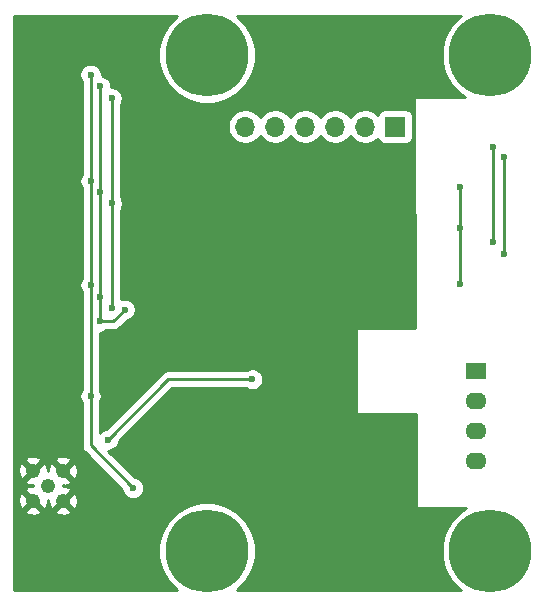
<source format=gbl>
G04 #@! TF.GenerationSoftware,KiCad,Pcbnew,(5.1.5-0)*
G04 #@! TF.CreationDate,2022-04-01T13:26:54-06:00*
G04 #@! TF.ProjectId,power-two-wire,706f7765-722d-4747-976f-2d776972652e,rev?*
G04 #@! TF.SameCoordinates,Original*
G04 #@! TF.FileFunction,Copper,L2,Bot*
G04 #@! TF.FilePolarity,Positive*
%FSLAX46Y46*%
G04 Gerber Fmt 4.6, Leading zero omitted, Abs format (unit mm)*
G04 Created by KiCad (PCBNEW (5.1.5-0)) date 2022-04-01 13:26:54*
%MOMM*%
%LPD*%
G04 APERTURE LIST*
%ADD10O,1.700000X1.700000*%
%ADD11R,1.700000X1.700000*%
%ADD12C,1.240000*%
%ADD13R,1.800000X1.400000*%
%ADD14O,1.800000X1.400000*%
%ADD15C,7.000000*%
%ADD16C,0.600000*%
%ADD17C,0.250000*%
%ADD18C,0.254000*%
G04 APERTURE END LIST*
D10*
X150250000Y-85050000D03*
X152790000Y-85050000D03*
X155330000Y-85050000D03*
X157870000Y-85050000D03*
X160410000Y-85050000D03*
D11*
X162950000Y-85050000D03*
D12*
X132280000Y-116720000D03*
X134820000Y-114180000D03*
X134820000Y-116720000D03*
X132280000Y-114180000D03*
X133550000Y-115450000D03*
D13*
X169750000Y-105750000D03*
D14*
X169750000Y-108290000D03*
X169750000Y-110830000D03*
X169750000Y-113370000D03*
D15*
X147000000Y-79000000D03*
X171000000Y-79000000D03*
X147000000Y-121000000D03*
X171000000Y-121000000D03*
D16*
X149750000Y-112650000D03*
X162750000Y-101250000D03*
X160750000Y-92250000D03*
X163750000Y-92250000D03*
X163750000Y-89250000D03*
X160750000Y-89250000D03*
X157250000Y-99350000D03*
X140750000Y-115650000D03*
X137150000Y-107850000D03*
X137150000Y-98450000D03*
X137150000Y-89650000D03*
X137150000Y-80650000D03*
X168450000Y-98350000D03*
X168450000Y-93650000D03*
X168450000Y-90150000D03*
X150850000Y-106450000D03*
X138650000Y-111550000D03*
X172150000Y-95850000D03*
X172150000Y-87650000D03*
X171250000Y-94850000D03*
X171250000Y-86750000D03*
X138950000Y-100450000D03*
X138950000Y-91550000D03*
X138950000Y-82650000D03*
X137950000Y-81650000D03*
X137950000Y-90550000D03*
X137950000Y-99450000D03*
X137950000Y-101550000D03*
X140050000Y-100550000D03*
D17*
X137150000Y-107850000D02*
X137150000Y-98450000D01*
X137150000Y-89650000D02*
X137150000Y-98450000D01*
X137150000Y-80650000D02*
X137150000Y-89650000D01*
X137150000Y-112050000D02*
X140750000Y-115650000D01*
X137150000Y-107850000D02*
X137150000Y-112050000D01*
X168450000Y-98350000D02*
X168450000Y-93650000D01*
X168450000Y-90150000D02*
X168450000Y-93650000D01*
X143750000Y-106450000D02*
X138650000Y-111550000D01*
X150850000Y-106450000D02*
X143750000Y-106450000D01*
X172150000Y-95850000D02*
X172150000Y-87650000D01*
X171250000Y-94850000D02*
X171250000Y-86750000D01*
X138950000Y-91550000D02*
X138950000Y-100450000D01*
X138950000Y-82650000D02*
X138950000Y-91550000D01*
X137950000Y-81650000D02*
X137950000Y-90550000D01*
X137950000Y-90550000D02*
X137950000Y-99450000D01*
X137950000Y-99450000D02*
X137950000Y-101550000D01*
X139050000Y-101550000D02*
X140050000Y-100550000D01*
X137950000Y-101550000D02*
X139050000Y-101550000D01*
D18*
G36*
X144364091Y-75788136D02*
G01*
X143788136Y-76364091D01*
X143335611Y-77041343D01*
X143023906Y-77793865D01*
X142865000Y-78592738D01*
X142865000Y-79407262D01*
X143023906Y-80206135D01*
X143335611Y-80958657D01*
X143788136Y-81635909D01*
X144364091Y-82211864D01*
X145041343Y-82664389D01*
X145793865Y-82976094D01*
X146592738Y-83135000D01*
X147407262Y-83135000D01*
X148206135Y-82976094D01*
X148958657Y-82664389D01*
X149635909Y-82211864D01*
X150211864Y-81635909D01*
X150664389Y-80958657D01*
X150976094Y-80206135D01*
X151135000Y-79407262D01*
X151135000Y-78592738D01*
X150976094Y-77793865D01*
X150664389Y-77041343D01*
X150211864Y-76364091D01*
X149635909Y-75788136D01*
X149518970Y-75710000D01*
X168481030Y-75710000D01*
X168364091Y-75788136D01*
X167788136Y-76364091D01*
X167335611Y-77041343D01*
X167023906Y-77793865D01*
X166865000Y-78592738D01*
X166865000Y-79407262D01*
X167023906Y-80206135D01*
X167335611Y-80958657D01*
X167788136Y-81635909D01*
X168364091Y-82211864D01*
X168829739Y-82523000D01*
X164625000Y-82523000D01*
X164599324Y-82525623D01*
X164575553Y-82533022D01*
X164553681Y-82544916D01*
X164534551Y-82560849D01*
X164518896Y-82580207D01*
X164507319Y-82602248D01*
X164500265Y-82626124D01*
X164498003Y-82650918D01*
X164638697Y-102123000D01*
X159750000Y-102123000D01*
X159725224Y-102125440D01*
X159701399Y-102132667D01*
X159679443Y-102144403D01*
X159660197Y-102160197D01*
X159644403Y-102179443D01*
X159632667Y-102201399D01*
X159625440Y-102225224D01*
X159623000Y-102250000D01*
X159623000Y-109250000D01*
X159625440Y-109274776D01*
X159632667Y-109298601D01*
X159644403Y-109320557D01*
X159660197Y-109339803D01*
X159679443Y-109355597D01*
X159701399Y-109367333D01*
X159725224Y-109374560D01*
X159750000Y-109377000D01*
X164691111Y-109377000D01*
X164748003Y-117250918D01*
X164750440Y-117274776D01*
X164757667Y-117298601D01*
X164769403Y-117320557D01*
X164785197Y-117339803D01*
X164804443Y-117355597D01*
X164826399Y-117367333D01*
X164850224Y-117374560D01*
X164875000Y-117377000D01*
X168979400Y-117377000D01*
X168364091Y-117788136D01*
X167788136Y-118364091D01*
X167335611Y-119041343D01*
X167023906Y-119793865D01*
X166865000Y-120592738D01*
X166865000Y-121407262D01*
X167023906Y-122206135D01*
X167335611Y-122958657D01*
X167788136Y-123635909D01*
X168364091Y-124211864D01*
X168481030Y-124290000D01*
X149518970Y-124290000D01*
X149635909Y-124211864D01*
X150211864Y-123635909D01*
X150664389Y-122958657D01*
X150976094Y-122206135D01*
X151135000Y-121407262D01*
X151135000Y-120592738D01*
X150976094Y-119793865D01*
X150664389Y-119041343D01*
X150211864Y-118364091D01*
X149635909Y-117788136D01*
X148958657Y-117335611D01*
X148206135Y-117023906D01*
X147407262Y-116865000D01*
X146592738Y-116865000D01*
X145793865Y-117023906D01*
X145041343Y-117335611D01*
X144364091Y-117788136D01*
X143788136Y-118364091D01*
X143335611Y-119041343D01*
X143023906Y-119793865D01*
X142865000Y-120592738D01*
X142865000Y-121407262D01*
X143023906Y-122206135D01*
X143335611Y-122958657D01*
X143788136Y-123635909D01*
X144364091Y-124211864D01*
X144481030Y-124290000D01*
X130710000Y-124290000D01*
X130710000Y-117584072D01*
X131595533Y-117584072D01*
X131645274Y-117809691D01*
X131870058Y-117912582D01*
X132110596Y-117969642D01*
X132357645Y-117978680D01*
X132601709Y-117939347D01*
X132833410Y-117853156D01*
X132914726Y-117809691D01*
X132964467Y-117584072D01*
X134135533Y-117584072D01*
X134185274Y-117809691D01*
X134410058Y-117912582D01*
X134650596Y-117969642D01*
X134897645Y-117978680D01*
X135141709Y-117939347D01*
X135373410Y-117853156D01*
X135454726Y-117809691D01*
X135504467Y-117584072D01*
X134820000Y-116899605D01*
X134135533Y-117584072D01*
X132964467Y-117584072D01*
X132280000Y-116899605D01*
X131595533Y-117584072D01*
X130710000Y-117584072D01*
X130710000Y-116797645D01*
X131021320Y-116797645D01*
X131060653Y-117041709D01*
X131146844Y-117273410D01*
X131190309Y-117354726D01*
X131415928Y-117404467D01*
X132100395Y-116720000D01*
X131415928Y-116035533D01*
X131190309Y-116085274D01*
X131087418Y-116310058D01*
X131030358Y-116550596D01*
X131021320Y-116797645D01*
X130710000Y-116797645D01*
X130710000Y-115044072D01*
X131595533Y-115044072D01*
X131645274Y-115269691D01*
X131870058Y-115372582D01*
X132110596Y-115429642D01*
X132295000Y-115436388D01*
X132295000Y-115464709D01*
X132202355Y-115461320D01*
X131958291Y-115500653D01*
X131726590Y-115586844D01*
X131645274Y-115630309D01*
X131595533Y-115855928D01*
X132280000Y-116540395D01*
X132294143Y-116526253D01*
X132473748Y-116705858D01*
X132459605Y-116720000D01*
X133144072Y-117404467D01*
X133369691Y-117354726D01*
X133472582Y-117129942D01*
X133529642Y-116889404D01*
X133536388Y-116705000D01*
X133564709Y-116705000D01*
X133561320Y-116797645D01*
X133600653Y-117041709D01*
X133686844Y-117273410D01*
X133730309Y-117354726D01*
X133955928Y-117404467D01*
X134640395Y-116720000D01*
X134999605Y-116720000D01*
X135684072Y-117404467D01*
X135909691Y-117354726D01*
X136012582Y-117129942D01*
X136069642Y-116889404D01*
X136078680Y-116642355D01*
X136039347Y-116398291D01*
X135953156Y-116166590D01*
X135909691Y-116085274D01*
X135684072Y-116035533D01*
X134999605Y-116720000D01*
X134640395Y-116720000D01*
X134626253Y-116705858D01*
X134805858Y-116526253D01*
X134820000Y-116540395D01*
X135504467Y-115855928D01*
X135454726Y-115630309D01*
X135229942Y-115527418D01*
X134989404Y-115470358D01*
X134805000Y-115463612D01*
X134805000Y-115435291D01*
X134897645Y-115438680D01*
X135141709Y-115399347D01*
X135373410Y-115313156D01*
X135454726Y-115269691D01*
X135504467Y-115044072D01*
X134820000Y-114359605D01*
X134805858Y-114373748D01*
X134626253Y-114194143D01*
X134640395Y-114180000D01*
X134999605Y-114180000D01*
X135684072Y-114864467D01*
X135909691Y-114814726D01*
X136012582Y-114589942D01*
X136069642Y-114349404D01*
X136078680Y-114102355D01*
X136039347Y-113858291D01*
X135953156Y-113626590D01*
X135909691Y-113545274D01*
X135684072Y-113495533D01*
X134999605Y-114180000D01*
X134640395Y-114180000D01*
X133955928Y-113495533D01*
X133730309Y-113545274D01*
X133627418Y-113770058D01*
X133570358Y-114010596D01*
X133563612Y-114195000D01*
X133535291Y-114195000D01*
X133538680Y-114102355D01*
X133499347Y-113858291D01*
X133413156Y-113626590D01*
X133369691Y-113545274D01*
X133144072Y-113495533D01*
X132459605Y-114180000D01*
X132473748Y-114194143D01*
X132294143Y-114373748D01*
X132280000Y-114359605D01*
X131595533Y-115044072D01*
X130710000Y-115044072D01*
X130710000Y-114257645D01*
X131021320Y-114257645D01*
X131060653Y-114501709D01*
X131146844Y-114733410D01*
X131190309Y-114814726D01*
X131415928Y-114864467D01*
X132100395Y-114180000D01*
X131415928Y-113495533D01*
X131190309Y-113545274D01*
X131087418Y-113770058D01*
X131030358Y-114010596D01*
X131021320Y-114257645D01*
X130710000Y-114257645D01*
X130710000Y-113315928D01*
X131595533Y-113315928D01*
X132280000Y-114000395D01*
X132964467Y-113315928D01*
X134135533Y-113315928D01*
X134820000Y-114000395D01*
X135504467Y-113315928D01*
X135454726Y-113090309D01*
X135229942Y-112987418D01*
X134989404Y-112930358D01*
X134742355Y-112921320D01*
X134498291Y-112960653D01*
X134266590Y-113046844D01*
X134185274Y-113090309D01*
X134135533Y-113315928D01*
X132964467Y-113315928D01*
X132914726Y-113090309D01*
X132689942Y-112987418D01*
X132449404Y-112930358D01*
X132202355Y-112921320D01*
X131958291Y-112960653D01*
X131726590Y-113046844D01*
X131645274Y-113090309D01*
X131595533Y-113315928D01*
X130710000Y-113315928D01*
X130710000Y-80557911D01*
X136215000Y-80557911D01*
X136215000Y-80742089D01*
X136250932Y-80922729D01*
X136321414Y-81092889D01*
X136390000Y-81195536D01*
X136390001Y-89104463D01*
X136321414Y-89207111D01*
X136250932Y-89377271D01*
X136215000Y-89557911D01*
X136215000Y-89742089D01*
X136250932Y-89922729D01*
X136321414Y-90092889D01*
X136390000Y-90195536D01*
X136390001Y-97904463D01*
X136321414Y-98007111D01*
X136250932Y-98177271D01*
X136215000Y-98357911D01*
X136215000Y-98542089D01*
X136250932Y-98722729D01*
X136321414Y-98892889D01*
X136390001Y-98995537D01*
X136390000Y-107304464D01*
X136321414Y-107407111D01*
X136250932Y-107577271D01*
X136215000Y-107757911D01*
X136215000Y-107942089D01*
X136250932Y-108122729D01*
X136321414Y-108292889D01*
X136390000Y-108395536D01*
X136390001Y-112012668D01*
X136386324Y-112050000D01*
X136400998Y-112198985D01*
X136444454Y-112342246D01*
X136515026Y-112474276D01*
X136586201Y-112561002D01*
X136610000Y-112590001D01*
X136638998Y-112613799D01*
X139826847Y-115801649D01*
X139850932Y-115922729D01*
X139921414Y-116092889D01*
X140023738Y-116246028D01*
X140153972Y-116376262D01*
X140307111Y-116478586D01*
X140477271Y-116549068D01*
X140657911Y-116585000D01*
X140842089Y-116585000D01*
X141022729Y-116549068D01*
X141192889Y-116478586D01*
X141346028Y-116376262D01*
X141476262Y-116246028D01*
X141578586Y-116092889D01*
X141649068Y-115922729D01*
X141685000Y-115742089D01*
X141685000Y-115557911D01*
X141649068Y-115377271D01*
X141578586Y-115207111D01*
X141476262Y-115053972D01*
X141346028Y-114923738D01*
X141192889Y-114821414D01*
X141022729Y-114750932D01*
X140901649Y-114726847D01*
X138659801Y-112485000D01*
X138742089Y-112485000D01*
X138922729Y-112449068D01*
X139092889Y-112378586D01*
X139246028Y-112276262D01*
X139376262Y-112146028D01*
X139478586Y-111992889D01*
X139549068Y-111822729D01*
X139573153Y-111701648D01*
X144064802Y-107210000D01*
X150304465Y-107210000D01*
X150407111Y-107278586D01*
X150577271Y-107349068D01*
X150757911Y-107385000D01*
X150942089Y-107385000D01*
X151122729Y-107349068D01*
X151292889Y-107278586D01*
X151446028Y-107176262D01*
X151576262Y-107046028D01*
X151678586Y-106892889D01*
X151749068Y-106722729D01*
X151785000Y-106542089D01*
X151785000Y-106357911D01*
X151749068Y-106177271D01*
X151678586Y-106007111D01*
X151576262Y-105853972D01*
X151446028Y-105723738D01*
X151292889Y-105621414D01*
X151122729Y-105550932D01*
X150942089Y-105515000D01*
X150757911Y-105515000D01*
X150577271Y-105550932D01*
X150407111Y-105621414D01*
X150304465Y-105690000D01*
X143787322Y-105690000D01*
X143749999Y-105686324D01*
X143712676Y-105690000D01*
X143712667Y-105690000D01*
X143601014Y-105700997D01*
X143457753Y-105744454D01*
X143325724Y-105815026D01*
X143209999Y-105909999D01*
X143186201Y-105938997D01*
X138498352Y-110626847D01*
X138377271Y-110650932D01*
X138207111Y-110721414D01*
X138053972Y-110823738D01*
X137923738Y-110953972D01*
X137910000Y-110974532D01*
X137910000Y-108395535D01*
X137978586Y-108292889D01*
X138049068Y-108122729D01*
X138085000Y-107942089D01*
X138085000Y-107757911D01*
X138049068Y-107577271D01*
X137978586Y-107407111D01*
X137910000Y-107304465D01*
X137910000Y-102485000D01*
X138042089Y-102485000D01*
X138222729Y-102449068D01*
X138392889Y-102378586D01*
X138495535Y-102310000D01*
X139012678Y-102310000D01*
X139050000Y-102313676D01*
X139087322Y-102310000D01*
X139087333Y-102310000D01*
X139198986Y-102299003D01*
X139342247Y-102255546D01*
X139474276Y-102184974D01*
X139590001Y-102090001D01*
X139613804Y-102060998D01*
X140201649Y-101473153D01*
X140322729Y-101449068D01*
X140492889Y-101378586D01*
X140646028Y-101276262D01*
X140776262Y-101146028D01*
X140878586Y-100992889D01*
X140949068Y-100822729D01*
X140985000Y-100642089D01*
X140985000Y-100457911D01*
X140949068Y-100277271D01*
X140878586Y-100107111D01*
X140776262Y-99953972D01*
X140646028Y-99823738D01*
X140492889Y-99721414D01*
X140322729Y-99650932D01*
X140142089Y-99615000D01*
X139957911Y-99615000D01*
X139777271Y-99650932D01*
X139710000Y-99678796D01*
X139710000Y-92095535D01*
X139778586Y-91992889D01*
X139849068Y-91822729D01*
X139885000Y-91642089D01*
X139885000Y-91457911D01*
X139849068Y-91277271D01*
X139778586Y-91107111D01*
X139710000Y-91004465D01*
X139710000Y-84903740D01*
X148765000Y-84903740D01*
X148765000Y-85196260D01*
X148822068Y-85483158D01*
X148934010Y-85753411D01*
X149096525Y-85996632D01*
X149303368Y-86203475D01*
X149546589Y-86365990D01*
X149816842Y-86477932D01*
X150103740Y-86535000D01*
X150396260Y-86535000D01*
X150683158Y-86477932D01*
X150953411Y-86365990D01*
X151196632Y-86203475D01*
X151403475Y-85996632D01*
X151520000Y-85822240D01*
X151636525Y-85996632D01*
X151843368Y-86203475D01*
X152086589Y-86365990D01*
X152356842Y-86477932D01*
X152643740Y-86535000D01*
X152936260Y-86535000D01*
X153223158Y-86477932D01*
X153493411Y-86365990D01*
X153736632Y-86203475D01*
X153943475Y-85996632D01*
X154060000Y-85822240D01*
X154176525Y-85996632D01*
X154383368Y-86203475D01*
X154626589Y-86365990D01*
X154896842Y-86477932D01*
X155183740Y-86535000D01*
X155476260Y-86535000D01*
X155763158Y-86477932D01*
X156033411Y-86365990D01*
X156276632Y-86203475D01*
X156483475Y-85996632D01*
X156600000Y-85822240D01*
X156716525Y-85996632D01*
X156923368Y-86203475D01*
X157166589Y-86365990D01*
X157436842Y-86477932D01*
X157723740Y-86535000D01*
X158016260Y-86535000D01*
X158303158Y-86477932D01*
X158573411Y-86365990D01*
X158816632Y-86203475D01*
X159023475Y-85996632D01*
X159140000Y-85822240D01*
X159256525Y-85996632D01*
X159463368Y-86203475D01*
X159706589Y-86365990D01*
X159976842Y-86477932D01*
X160263740Y-86535000D01*
X160556260Y-86535000D01*
X160843158Y-86477932D01*
X161113411Y-86365990D01*
X161356632Y-86203475D01*
X161488487Y-86071620D01*
X161510498Y-86144180D01*
X161569463Y-86254494D01*
X161648815Y-86351185D01*
X161745506Y-86430537D01*
X161855820Y-86489502D01*
X161975518Y-86525812D01*
X162100000Y-86538072D01*
X163800000Y-86538072D01*
X163924482Y-86525812D01*
X164044180Y-86489502D01*
X164154494Y-86430537D01*
X164251185Y-86351185D01*
X164330537Y-86254494D01*
X164389502Y-86144180D01*
X164425812Y-86024482D01*
X164438072Y-85900000D01*
X164438072Y-84200000D01*
X164425812Y-84075518D01*
X164389502Y-83955820D01*
X164330537Y-83845506D01*
X164251185Y-83748815D01*
X164154494Y-83669463D01*
X164044180Y-83610498D01*
X163924482Y-83574188D01*
X163800000Y-83561928D01*
X162100000Y-83561928D01*
X161975518Y-83574188D01*
X161855820Y-83610498D01*
X161745506Y-83669463D01*
X161648815Y-83748815D01*
X161569463Y-83845506D01*
X161510498Y-83955820D01*
X161488487Y-84028380D01*
X161356632Y-83896525D01*
X161113411Y-83734010D01*
X160843158Y-83622068D01*
X160556260Y-83565000D01*
X160263740Y-83565000D01*
X159976842Y-83622068D01*
X159706589Y-83734010D01*
X159463368Y-83896525D01*
X159256525Y-84103368D01*
X159140000Y-84277760D01*
X159023475Y-84103368D01*
X158816632Y-83896525D01*
X158573411Y-83734010D01*
X158303158Y-83622068D01*
X158016260Y-83565000D01*
X157723740Y-83565000D01*
X157436842Y-83622068D01*
X157166589Y-83734010D01*
X156923368Y-83896525D01*
X156716525Y-84103368D01*
X156600000Y-84277760D01*
X156483475Y-84103368D01*
X156276632Y-83896525D01*
X156033411Y-83734010D01*
X155763158Y-83622068D01*
X155476260Y-83565000D01*
X155183740Y-83565000D01*
X154896842Y-83622068D01*
X154626589Y-83734010D01*
X154383368Y-83896525D01*
X154176525Y-84103368D01*
X154060000Y-84277760D01*
X153943475Y-84103368D01*
X153736632Y-83896525D01*
X153493411Y-83734010D01*
X153223158Y-83622068D01*
X152936260Y-83565000D01*
X152643740Y-83565000D01*
X152356842Y-83622068D01*
X152086589Y-83734010D01*
X151843368Y-83896525D01*
X151636525Y-84103368D01*
X151520000Y-84277760D01*
X151403475Y-84103368D01*
X151196632Y-83896525D01*
X150953411Y-83734010D01*
X150683158Y-83622068D01*
X150396260Y-83565000D01*
X150103740Y-83565000D01*
X149816842Y-83622068D01*
X149546589Y-83734010D01*
X149303368Y-83896525D01*
X149096525Y-84103368D01*
X148934010Y-84346589D01*
X148822068Y-84616842D01*
X148765000Y-84903740D01*
X139710000Y-84903740D01*
X139710000Y-83195535D01*
X139778586Y-83092889D01*
X139849068Y-82922729D01*
X139885000Y-82742089D01*
X139885000Y-82557911D01*
X139849068Y-82377271D01*
X139778586Y-82207111D01*
X139676262Y-82053972D01*
X139546028Y-81923738D01*
X139392889Y-81821414D01*
X139222729Y-81750932D01*
X139042089Y-81715000D01*
X138885000Y-81715000D01*
X138885000Y-81557911D01*
X138849068Y-81377271D01*
X138778586Y-81207111D01*
X138676262Y-81053972D01*
X138546028Y-80923738D01*
X138392889Y-80821414D01*
X138222729Y-80750932D01*
X138085000Y-80723536D01*
X138085000Y-80557911D01*
X138049068Y-80377271D01*
X137978586Y-80207111D01*
X137876262Y-80053972D01*
X137746028Y-79923738D01*
X137592889Y-79821414D01*
X137422729Y-79750932D01*
X137242089Y-79715000D01*
X137057911Y-79715000D01*
X136877271Y-79750932D01*
X136707111Y-79821414D01*
X136553972Y-79923738D01*
X136423738Y-80053972D01*
X136321414Y-80207111D01*
X136250932Y-80377271D01*
X136215000Y-80557911D01*
X130710000Y-80557911D01*
X130710000Y-75710000D01*
X144481030Y-75710000D01*
X144364091Y-75788136D01*
G37*
X144364091Y-75788136D02*
X143788136Y-76364091D01*
X143335611Y-77041343D01*
X143023906Y-77793865D01*
X142865000Y-78592738D01*
X142865000Y-79407262D01*
X143023906Y-80206135D01*
X143335611Y-80958657D01*
X143788136Y-81635909D01*
X144364091Y-82211864D01*
X145041343Y-82664389D01*
X145793865Y-82976094D01*
X146592738Y-83135000D01*
X147407262Y-83135000D01*
X148206135Y-82976094D01*
X148958657Y-82664389D01*
X149635909Y-82211864D01*
X150211864Y-81635909D01*
X150664389Y-80958657D01*
X150976094Y-80206135D01*
X151135000Y-79407262D01*
X151135000Y-78592738D01*
X150976094Y-77793865D01*
X150664389Y-77041343D01*
X150211864Y-76364091D01*
X149635909Y-75788136D01*
X149518970Y-75710000D01*
X168481030Y-75710000D01*
X168364091Y-75788136D01*
X167788136Y-76364091D01*
X167335611Y-77041343D01*
X167023906Y-77793865D01*
X166865000Y-78592738D01*
X166865000Y-79407262D01*
X167023906Y-80206135D01*
X167335611Y-80958657D01*
X167788136Y-81635909D01*
X168364091Y-82211864D01*
X168829739Y-82523000D01*
X164625000Y-82523000D01*
X164599324Y-82525623D01*
X164575553Y-82533022D01*
X164553681Y-82544916D01*
X164534551Y-82560849D01*
X164518896Y-82580207D01*
X164507319Y-82602248D01*
X164500265Y-82626124D01*
X164498003Y-82650918D01*
X164638697Y-102123000D01*
X159750000Y-102123000D01*
X159725224Y-102125440D01*
X159701399Y-102132667D01*
X159679443Y-102144403D01*
X159660197Y-102160197D01*
X159644403Y-102179443D01*
X159632667Y-102201399D01*
X159625440Y-102225224D01*
X159623000Y-102250000D01*
X159623000Y-109250000D01*
X159625440Y-109274776D01*
X159632667Y-109298601D01*
X159644403Y-109320557D01*
X159660197Y-109339803D01*
X159679443Y-109355597D01*
X159701399Y-109367333D01*
X159725224Y-109374560D01*
X159750000Y-109377000D01*
X164691111Y-109377000D01*
X164748003Y-117250918D01*
X164750440Y-117274776D01*
X164757667Y-117298601D01*
X164769403Y-117320557D01*
X164785197Y-117339803D01*
X164804443Y-117355597D01*
X164826399Y-117367333D01*
X164850224Y-117374560D01*
X164875000Y-117377000D01*
X168979400Y-117377000D01*
X168364091Y-117788136D01*
X167788136Y-118364091D01*
X167335611Y-119041343D01*
X167023906Y-119793865D01*
X166865000Y-120592738D01*
X166865000Y-121407262D01*
X167023906Y-122206135D01*
X167335611Y-122958657D01*
X167788136Y-123635909D01*
X168364091Y-124211864D01*
X168481030Y-124290000D01*
X149518970Y-124290000D01*
X149635909Y-124211864D01*
X150211864Y-123635909D01*
X150664389Y-122958657D01*
X150976094Y-122206135D01*
X151135000Y-121407262D01*
X151135000Y-120592738D01*
X150976094Y-119793865D01*
X150664389Y-119041343D01*
X150211864Y-118364091D01*
X149635909Y-117788136D01*
X148958657Y-117335611D01*
X148206135Y-117023906D01*
X147407262Y-116865000D01*
X146592738Y-116865000D01*
X145793865Y-117023906D01*
X145041343Y-117335611D01*
X144364091Y-117788136D01*
X143788136Y-118364091D01*
X143335611Y-119041343D01*
X143023906Y-119793865D01*
X142865000Y-120592738D01*
X142865000Y-121407262D01*
X143023906Y-122206135D01*
X143335611Y-122958657D01*
X143788136Y-123635909D01*
X144364091Y-124211864D01*
X144481030Y-124290000D01*
X130710000Y-124290000D01*
X130710000Y-117584072D01*
X131595533Y-117584072D01*
X131645274Y-117809691D01*
X131870058Y-117912582D01*
X132110596Y-117969642D01*
X132357645Y-117978680D01*
X132601709Y-117939347D01*
X132833410Y-117853156D01*
X132914726Y-117809691D01*
X132964467Y-117584072D01*
X134135533Y-117584072D01*
X134185274Y-117809691D01*
X134410058Y-117912582D01*
X134650596Y-117969642D01*
X134897645Y-117978680D01*
X135141709Y-117939347D01*
X135373410Y-117853156D01*
X135454726Y-117809691D01*
X135504467Y-117584072D01*
X134820000Y-116899605D01*
X134135533Y-117584072D01*
X132964467Y-117584072D01*
X132280000Y-116899605D01*
X131595533Y-117584072D01*
X130710000Y-117584072D01*
X130710000Y-116797645D01*
X131021320Y-116797645D01*
X131060653Y-117041709D01*
X131146844Y-117273410D01*
X131190309Y-117354726D01*
X131415928Y-117404467D01*
X132100395Y-116720000D01*
X131415928Y-116035533D01*
X131190309Y-116085274D01*
X131087418Y-116310058D01*
X131030358Y-116550596D01*
X131021320Y-116797645D01*
X130710000Y-116797645D01*
X130710000Y-115044072D01*
X131595533Y-115044072D01*
X131645274Y-115269691D01*
X131870058Y-115372582D01*
X132110596Y-115429642D01*
X132295000Y-115436388D01*
X132295000Y-115464709D01*
X132202355Y-115461320D01*
X131958291Y-115500653D01*
X131726590Y-115586844D01*
X131645274Y-115630309D01*
X131595533Y-115855928D01*
X132280000Y-116540395D01*
X132294143Y-116526253D01*
X132473748Y-116705858D01*
X132459605Y-116720000D01*
X133144072Y-117404467D01*
X133369691Y-117354726D01*
X133472582Y-117129942D01*
X133529642Y-116889404D01*
X133536388Y-116705000D01*
X133564709Y-116705000D01*
X133561320Y-116797645D01*
X133600653Y-117041709D01*
X133686844Y-117273410D01*
X133730309Y-117354726D01*
X133955928Y-117404467D01*
X134640395Y-116720000D01*
X134999605Y-116720000D01*
X135684072Y-117404467D01*
X135909691Y-117354726D01*
X136012582Y-117129942D01*
X136069642Y-116889404D01*
X136078680Y-116642355D01*
X136039347Y-116398291D01*
X135953156Y-116166590D01*
X135909691Y-116085274D01*
X135684072Y-116035533D01*
X134999605Y-116720000D01*
X134640395Y-116720000D01*
X134626253Y-116705858D01*
X134805858Y-116526253D01*
X134820000Y-116540395D01*
X135504467Y-115855928D01*
X135454726Y-115630309D01*
X135229942Y-115527418D01*
X134989404Y-115470358D01*
X134805000Y-115463612D01*
X134805000Y-115435291D01*
X134897645Y-115438680D01*
X135141709Y-115399347D01*
X135373410Y-115313156D01*
X135454726Y-115269691D01*
X135504467Y-115044072D01*
X134820000Y-114359605D01*
X134805858Y-114373748D01*
X134626253Y-114194143D01*
X134640395Y-114180000D01*
X134999605Y-114180000D01*
X135684072Y-114864467D01*
X135909691Y-114814726D01*
X136012582Y-114589942D01*
X136069642Y-114349404D01*
X136078680Y-114102355D01*
X136039347Y-113858291D01*
X135953156Y-113626590D01*
X135909691Y-113545274D01*
X135684072Y-113495533D01*
X134999605Y-114180000D01*
X134640395Y-114180000D01*
X133955928Y-113495533D01*
X133730309Y-113545274D01*
X133627418Y-113770058D01*
X133570358Y-114010596D01*
X133563612Y-114195000D01*
X133535291Y-114195000D01*
X133538680Y-114102355D01*
X133499347Y-113858291D01*
X133413156Y-113626590D01*
X133369691Y-113545274D01*
X133144072Y-113495533D01*
X132459605Y-114180000D01*
X132473748Y-114194143D01*
X132294143Y-114373748D01*
X132280000Y-114359605D01*
X131595533Y-115044072D01*
X130710000Y-115044072D01*
X130710000Y-114257645D01*
X131021320Y-114257645D01*
X131060653Y-114501709D01*
X131146844Y-114733410D01*
X131190309Y-114814726D01*
X131415928Y-114864467D01*
X132100395Y-114180000D01*
X131415928Y-113495533D01*
X131190309Y-113545274D01*
X131087418Y-113770058D01*
X131030358Y-114010596D01*
X131021320Y-114257645D01*
X130710000Y-114257645D01*
X130710000Y-113315928D01*
X131595533Y-113315928D01*
X132280000Y-114000395D01*
X132964467Y-113315928D01*
X134135533Y-113315928D01*
X134820000Y-114000395D01*
X135504467Y-113315928D01*
X135454726Y-113090309D01*
X135229942Y-112987418D01*
X134989404Y-112930358D01*
X134742355Y-112921320D01*
X134498291Y-112960653D01*
X134266590Y-113046844D01*
X134185274Y-113090309D01*
X134135533Y-113315928D01*
X132964467Y-113315928D01*
X132914726Y-113090309D01*
X132689942Y-112987418D01*
X132449404Y-112930358D01*
X132202355Y-112921320D01*
X131958291Y-112960653D01*
X131726590Y-113046844D01*
X131645274Y-113090309D01*
X131595533Y-113315928D01*
X130710000Y-113315928D01*
X130710000Y-80557911D01*
X136215000Y-80557911D01*
X136215000Y-80742089D01*
X136250932Y-80922729D01*
X136321414Y-81092889D01*
X136390000Y-81195536D01*
X136390001Y-89104463D01*
X136321414Y-89207111D01*
X136250932Y-89377271D01*
X136215000Y-89557911D01*
X136215000Y-89742089D01*
X136250932Y-89922729D01*
X136321414Y-90092889D01*
X136390000Y-90195536D01*
X136390001Y-97904463D01*
X136321414Y-98007111D01*
X136250932Y-98177271D01*
X136215000Y-98357911D01*
X136215000Y-98542089D01*
X136250932Y-98722729D01*
X136321414Y-98892889D01*
X136390001Y-98995537D01*
X136390000Y-107304464D01*
X136321414Y-107407111D01*
X136250932Y-107577271D01*
X136215000Y-107757911D01*
X136215000Y-107942089D01*
X136250932Y-108122729D01*
X136321414Y-108292889D01*
X136390000Y-108395536D01*
X136390001Y-112012668D01*
X136386324Y-112050000D01*
X136400998Y-112198985D01*
X136444454Y-112342246D01*
X136515026Y-112474276D01*
X136586201Y-112561002D01*
X136610000Y-112590001D01*
X136638998Y-112613799D01*
X139826847Y-115801649D01*
X139850932Y-115922729D01*
X139921414Y-116092889D01*
X140023738Y-116246028D01*
X140153972Y-116376262D01*
X140307111Y-116478586D01*
X140477271Y-116549068D01*
X140657911Y-116585000D01*
X140842089Y-116585000D01*
X141022729Y-116549068D01*
X141192889Y-116478586D01*
X141346028Y-116376262D01*
X141476262Y-116246028D01*
X141578586Y-116092889D01*
X141649068Y-115922729D01*
X141685000Y-115742089D01*
X141685000Y-115557911D01*
X141649068Y-115377271D01*
X141578586Y-115207111D01*
X141476262Y-115053972D01*
X141346028Y-114923738D01*
X141192889Y-114821414D01*
X141022729Y-114750932D01*
X140901649Y-114726847D01*
X138659801Y-112485000D01*
X138742089Y-112485000D01*
X138922729Y-112449068D01*
X139092889Y-112378586D01*
X139246028Y-112276262D01*
X139376262Y-112146028D01*
X139478586Y-111992889D01*
X139549068Y-111822729D01*
X139573153Y-111701648D01*
X144064802Y-107210000D01*
X150304465Y-107210000D01*
X150407111Y-107278586D01*
X150577271Y-107349068D01*
X150757911Y-107385000D01*
X150942089Y-107385000D01*
X151122729Y-107349068D01*
X151292889Y-107278586D01*
X151446028Y-107176262D01*
X151576262Y-107046028D01*
X151678586Y-106892889D01*
X151749068Y-106722729D01*
X151785000Y-106542089D01*
X151785000Y-106357911D01*
X151749068Y-106177271D01*
X151678586Y-106007111D01*
X151576262Y-105853972D01*
X151446028Y-105723738D01*
X151292889Y-105621414D01*
X151122729Y-105550932D01*
X150942089Y-105515000D01*
X150757911Y-105515000D01*
X150577271Y-105550932D01*
X150407111Y-105621414D01*
X150304465Y-105690000D01*
X143787322Y-105690000D01*
X143749999Y-105686324D01*
X143712676Y-105690000D01*
X143712667Y-105690000D01*
X143601014Y-105700997D01*
X143457753Y-105744454D01*
X143325724Y-105815026D01*
X143209999Y-105909999D01*
X143186201Y-105938997D01*
X138498352Y-110626847D01*
X138377271Y-110650932D01*
X138207111Y-110721414D01*
X138053972Y-110823738D01*
X137923738Y-110953972D01*
X137910000Y-110974532D01*
X137910000Y-108395535D01*
X137978586Y-108292889D01*
X138049068Y-108122729D01*
X138085000Y-107942089D01*
X138085000Y-107757911D01*
X138049068Y-107577271D01*
X137978586Y-107407111D01*
X137910000Y-107304465D01*
X137910000Y-102485000D01*
X138042089Y-102485000D01*
X138222729Y-102449068D01*
X138392889Y-102378586D01*
X138495535Y-102310000D01*
X139012678Y-102310000D01*
X139050000Y-102313676D01*
X139087322Y-102310000D01*
X139087333Y-102310000D01*
X139198986Y-102299003D01*
X139342247Y-102255546D01*
X139474276Y-102184974D01*
X139590001Y-102090001D01*
X139613804Y-102060998D01*
X140201649Y-101473153D01*
X140322729Y-101449068D01*
X140492889Y-101378586D01*
X140646028Y-101276262D01*
X140776262Y-101146028D01*
X140878586Y-100992889D01*
X140949068Y-100822729D01*
X140985000Y-100642089D01*
X140985000Y-100457911D01*
X140949068Y-100277271D01*
X140878586Y-100107111D01*
X140776262Y-99953972D01*
X140646028Y-99823738D01*
X140492889Y-99721414D01*
X140322729Y-99650932D01*
X140142089Y-99615000D01*
X139957911Y-99615000D01*
X139777271Y-99650932D01*
X139710000Y-99678796D01*
X139710000Y-92095535D01*
X139778586Y-91992889D01*
X139849068Y-91822729D01*
X139885000Y-91642089D01*
X139885000Y-91457911D01*
X139849068Y-91277271D01*
X139778586Y-91107111D01*
X139710000Y-91004465D01*
X139710000Y-84903740D01*
X148765000Y-84903740D01*
X148765000Y-85196260D01*
X148822068Y-85483158D01*
X148934010Y-85753411D01*
X149096525Y-85996632D01*
X149303368Y-86203475D01*
X149546589Y-86365990D01*
X149816842Y-86477932D01*
X150103740Y-86535000D01*
X150396260Y-86535000D01*
X150683158Y-86477932D01*
X150953411Y-86365990D01*
X151196632Y-86203475D01*
X151403475Y-85996632D01*
X151520000Y-85822240D01*
X151636525Y-85996632D01*
X151843368Y-86203475D01*
X152086589Y-86365990D01*
X152356842Y-86477932D01*
X152643740Y-86535000D01*
X152936260Y-86535000D01*
X153223158Y-86477932D01*
X153493411Y-86365990D01*
X153736632Y-86203475D01*
X153943475Y-85996632D01*
X154060000Y-85822240D01*
X154176525Y-85996632D01*
X154383368Y-86203475D01*
X154626589Y-86365990D01*
X154896842Y-86477932D01*
X155183740Y-86535000D01*
X155476260Y-86535000D01*
X155763158Y-86477932D01*
X156033411Y-86365990D01*
X156276632Y-86203475D01*
X156483475Y-85996632D01*
X156600000Y-85822240D01*
X156716525Y-85996632D01*
X156923368Y-86203475D01*
X157166589Y-86365990D01*
X157436842Y-86477932D01*
X157723740Y-86535000D01*
X158016260Y-86535000D01*
X158303158Y-86477932D01*
X158573411Y-86365990D01*
X158816632Y-86203475D01*
X159023475Y-85996632D01*
X159140000Y-85822240D01*
X159256525Y-85996632D01*
X159463368Y-86203475D01*
X159706589Y-86365990D01*
X159976842Y-86477932D01*
X160263740Y-86535000D01*
X160556260Y-86535000D01*
X160843158Y-86477932D01*
X161113411Y-86365990D01*
X161356632Y-86203475D01*
X161488487Y-86071620D01*
X161510498Y-86144180D01*
X161569463Y-86254494D01*
X161648815Y-86351185D01*
X161745506Y-86430537D01*
X161855820Y-86489502D01*
X161975518Y-86525812D01*
X162100000Y-86538072D01*
X163800000Y-86538072D01*
X163924482Y-86525812D01*
X164044180Y-86489502D01*
X164154494Y-86430537D01*
X164251185Y-86351185D01*
X164330537Y-86254494D01*
X164389502Y-86144180D01*
X164425812Y-86024482D01*
X164438072Y-85900000D01*
X164438072Y-84200000D01*
X164425812Y-84075518D01*
X164389502Y-83955820D01*
X164330537Y-83845506D01*
X164251185Y-83748815D01*
X164154494Y-83669463D01*
X164044180Y-83610498D01*
X163924482Y-83574188D01*
X163800000Y-83561928D01*
X162100000Y-83561928D01*
X161975518Y-83574188D01*
X161855820Y-83610498D01*
X161745506Y-83669463D01*
X161648815Y-83748815D01*
X161569463Y-83845506D01*
X161510498Y-83955820D01*
X161488487Y-84028380D01*
X161356632Y-83896525D01*
X161113411Y-83734010D01*
X160843158Y-83622068D01*
X160556260Y-83565000D01*
X160263740Y-83565000D01*
X159976842Y-83622068D01*
X159706589Y-83734010D01*
X159463368Y-83896525D01*
X159256525Y-84103368D01*
X159140000Y-84277760D01*
X159023475Y-84103368D01*
X158816632Y-83896525D01*
X158573411Y-83734010D01*
X158303158Y-83622068D01*
X158016260Y-83565000D01*
X157723740Y-83565000D01*
X157436842Y-83622068D01*
X157166589Y-83734010D01*
X156923368Y-83896525D01*
X156716525Y-84103368D01*
X156600000Y-84277760D01*
X156483475Y-84103368D01*
X156276632Y-83896525D01*
X156033411Y-83734010D01*
X155763158Y-83622068D01*
X155476260Y-83565000D01*
X155183740Y-83565000D01*
X154896842Y-83622068D01*
X154626589Y-83734010D01*
X154383368Y-83896525D01*
X154176525Y-84103368D01*
X154060000Y-84277760D01*
X153943475Y-84103368D01*
X153736632Y-83896525D01*
X153493411Y-83734010D01*
X153223158Y-83622068D01*
X152936260Y-83565000D01*
X152643740Y-83565000D01*
X152356842Y-83622068D01*
X152086589Y-83734010D01*
X151843368Y-83896525D01*
X151636525Y-84103368D01*
X151520000Y-84277760D01*
X151403475Y-84103368D01*
X151196632Y-83896525D01*
X150953411Y-83734010D01*
X150683158Y-83622068D01*
X150396260Y-83565000D01*
X150103740Y-83565000D01*
X149816842Y-83622068D01*
X149546589Y-83734010D01*
X149303368Y-83896525D01*
X149096525Y-84103368D01*
X148934010Y-84346589D01*
X148822068Y-84616842D01*
X148765000Y-84903740D01*
X139710000Y-84903740D01*
X139710000Y-83195535D01*
X139778586Y-83092889D01*
X139849068Y-82922729D01*
X139885000Y-82742089D01*
X139885000Y-82557911D01*
X139849068Y-82377271D01*
X139778586Y-82207111D01*
X139676262Y-82053972D01*
X139546028Y-81923738D01*
X139392889Y-81821414D01*
X139222729Y-81750932D01*
X139042089Y-81715000D01*
X138885000Y-81715000D01*
X138885000Y-81557911D01*
X138849068Y-81377271D01*
X138778586Y-81207111D01*
X138676262Y-81053972D01*
X138546028Y-80923738D01*
X138392889Y-80821414D01*
X138222729Y-80750932D01*
X138085000Y-80723536D01*
X138085000Y-80557911D01*
X138049068Y-80377271D01*
X137978586Y-80207111D01*
X137876262Y-80053972D01*
X137746028Y-79923738D01*
X137592889Y-79821414D01*
X137422729Y-79750932D01*
X137242089Y-79715000D01*
X137057911Y-79715000D01*
X136877271Y-79750932D01*
X136707111Y-79821414D01*
X136553972Y-79923738D01*
X136423738Y-80053972D01*
X136321414Y-80207111D01*
X136250932Y-80377271D01*
X136215000Y-80557911D01*
X130710000Y-80557911D01*
X130710000Y-75710000D01*
X144481030Y-75710000D01*
X144364091Y-75788136D01*
M02*

</source>
